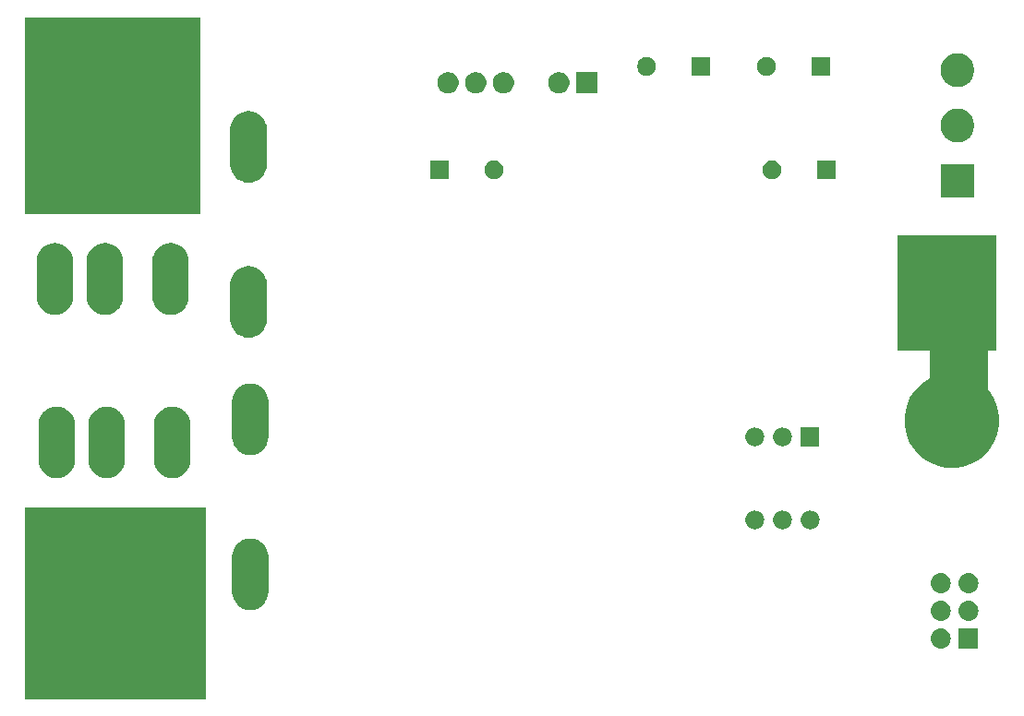
<source format=gbr>
G04 #@! TF.GenerationSoftware,KiCad,Pcbnew,(5.1.4)-1*
G04 #@! TF.CreationDate,2020-01-12T19:46:34+08:00*
G04 #@! TF.ProjectId,i2c x2 relays socketed,69326320-7832-4207-9265-6c6179732073,rev?*
G04 #@! TF.SameCoordinates,Original*
G04 #@! TF.FileFunction,Soldermask,Bot*
G04 #@! TF.FilePolarity,Negative*
%FSLAX46Y46*%
G04 Gerber Fmt 4.6, Leading zero omitted, Abs format (unit mm)*
G04 Created by KiCad (PCBNEW (5.1.4)-1) date 2020-01-12 19:46:34*
%MOMM*%
%LPD*%
G04 APERTURE LIST*
%ADD10C,0.100000*%
G04 APERTURE END LIST*
D10*
G36*
X21500000Y-60500000D02*
G01*
X5000000Y-60500000D01*
X5000000Y-43000000D01*
X21500000Y-43000000D01*
X21500000Y-60500000D01*
G37*
X21500000Y-60500000D02*
X5000000Y-60500000D01*
X5000000Y-43000000D01*
X21500000Y-43000000D01*
X21500000Y-60500000D01*
G36*
X21000000Y-16000000D02*
G01*
X5000000Y-16000000D01*
X5000000Y2000000D01*
X21000000Y2000000D01*
X21000000Y-16000000D01*
G37*
X21000000Y-16000000D02*
X5000000Y-16000000D01*
X5000000Y2000000D01*
X21000000Y2000000D01*
X21000000Y-16000000D01*
G36*
X94000000Y-28500000D02*
G01*
X93250000Y-28500000D01*
X93250000Y-32500000D01*
X92125000Y-32500000D01*
X92000000Y-31250000D01*
X88000000Y-31125000D01*
X88000000Y-28500000D01*
X85000000Y-28500000D01*
X85000000Y-18000000D01*
X94000000Y-18000000D01*
X94000000Y-28500000D01*
G37*
X94000000Y-28500000D02*
X93250000Y-28500000D01*
X93250000Y-32500000D01*
X92125000Y-32500000D01*
X92000000Y-31250000D01*
X88000000Y-31125000D01*
X88000000Y-28500000D01*
X85000000Y-28500000D01*
X85000000Y-18000000D01*
X94000000Y-18000000D01*
X94000000Y-28500000D01*
G36*
X7892585Y-56728802D02*
G01*
X8042410Y-56758604D01*
X8324674Y-56875521D01*
X8578705Y-57045259D01*
X8794741Y-57261295D01*
X8964479Y-57515326D01*
X9081396Y-57797590D01*
X9141000Y-58097240D01*
X9141000Y-58402760D01*
X9081396Y-58702410D01*
X8964479Y-58984674D01*
X8794741Y-59238705D01*
X8578705Y-59454741D01*
X8324674Y-59624479D01*
X8042410Y-59741396D01*
X7892585Y-59771198D01*
X7742761Y-59801000D01*
X7437239Y-59801000D01*
X7287415Y-59771198D01*
X7137590Y-59741396D01*
X6855326Y-59624479D01*
X6601295Y-59454741D01*
X6385259Y-59238705D01*
X6215521Y-58984674D01*
X6098604Y-58702410D01*
X6039000Y-58402760D01*
X6039000Y-58097240D01*
X6098604Y-57797590D01*
X6215521Y-57515326D01*
X6385259Y-57261295D01*
X6601295Y-57045259D01*
X6855326Y-56875521D01*
X7137590Y-56758604D01*
X7287415Y-56728802D01*
X7437239Y-56699000D01*
X7742761Y-56699000D01*
X7892585Y-56728802D01*
X7892585Y-56728802D01*
G37*
G36*
X19301000Y-59801000D02*
G01*
X16199000Y-59801000D01*
X16199000Y-56699000D01*
X19301000Y-56699000D01*
X19301000Y-59801000D01*
X19301000Y-59801000D01*
G37*
G36*
X12972585Y-56728802D02*
G01*
X13122410Y-56758604D01*
X13404674Y-56875521D01*
X13658705Y-57045259D01*
X13874741Y-57261295D01*
X14044479Y-57515326D01*
X14161396Y-57797590D01*
X14221000Y-58097240D01*
X14221000Y-58402760D01*
X14161396Y-58702410D01*
X14044479Y-58984674D01*
X13874741Y-59238705D01*
X13658705Y-59454741D01*
X13404674Y-59624479D01*
X13122410Y-59741396D01*
X12972585Y-59771198D01*
X12822761Y-59801000D01*
X12517239Y-59801000D01*
X12367415Y-59771198D01*
X12217590Y-59741396D01*
X11935326Y-59624479D01*
X11681295Y-59454741D01*
X11465259Y-59238705D01*
X11295521Y-58984674D01*
X11178604Y-58702410D01*
X11119000Y-58402760D01*
X11119000Y-58097240D01*
X11178604Y-57797590D01*
X11295521Y-57515326D01*
X11465259Y-57261295D01*
X11681295Y-57045259D01*
X11935326Y-56875521D01*
X12217590Y-56758604D01*
X12367415Y-56728802D01*
X12517239Y-56699000D01*
X12822761Y-56699000D01*
X12972585Y-56728802D01*
X12972585Y-56728802D01*
G37*
G36*
X89139294Y-54098633D02*
G01*
X89311695Y-54150931D01*
X89470583Y-54235858D01*
X89609849Y-54350151D01*
X89724142Y-54489417D01*
X89809069Y-54648305D01*
X89861367Y-54820706D01*
X89879025Y-55000000D01*
X89861367Y-55179294D01*
X89809069Y-55351695D01*
X89724142Y-55510583D01*
X89609849Y-55649849D01*
X89470583Y-55764142D01*
X89311695Y-55849069D01*
X89139294Y-55901367D01*
X89004931Y-55914600D01*
X88915069Y-55914600D01*
X88780706Y-55901367D01*
X88608305Y-55849069D01*
X88449417Y-55764142D01*
X88310151Y-55649849D01*
X88195858Y-55510583D01*
X88110931Y-55351695D01*
X88058633Y-55179294D01*
X88040975Y-55000000D01*
X88058633Y-54820706D01*
X88110931Y-54648305D01*
X88195858Y-54489417D01*
X88310151Y-54350151D01*
X88449417Y-54235858D01*
X88608305Y-54150931D01*
X88780706Y-54098633D01*
X88915069Y-54085400D01*
X89004931Y-54085400D01*
X89139294Y-54098633D01*
X89139294Y-54098633D01*
G37*
G36*
X92414600Y-55914600D02*
G01*
X90585400Y-55914600D01*
X90585400Y-54085400D01*
X92414600Y-54085400D01*
X92414600Y-55914600D01*
X92414600Y-55914600D01*
G37*
G36*
X91679294Y-51558633D02*
G01*
X91851695Y-51610931D01*
X92010583Y-51695858D01*
X92149849Y-51810151D01*
X92264142Y-51949417D01*
X92349069Y-52108305D01*
X92401367Y-52280706D01*
X92419025Y-52460000D01*
X92401367Y-52639294D01*
X92349069Y-52811695D01*
X92264142Y-52970583D01*
X92149849Y-53109849D01*
X92010583Y-53224142D01*
X91851695Y-53309069D01*
X91679294Y-53361367D01*
X91544931Y-53374600D01*
X91455069Y-53374600D01*
X91320706Y-53361367D01*
X91148305Y-53309069D01*
X90989417Y-53224142D01*
X90850151Y-53109849D01*
X90735858Y-52970583D01*
X90650931Y-52811695D01*
X90598633Y-52639294D01*
X90580975Y-52460000D01*
X90598633Y-52280706D01*
X90650931Y-52108305D01*
X90735858Y-51949417D01*
X90850151Y-51810151D01*
X90989417Y-51695858D01*
X91148305Y-51610931D01*
X91320706Y-51558633D01*
X91455069Y-51545400D01*
X91544931Y-51545400D01*
X91679294Y-51558633D01*
X91679294Y-51558633D01*
G37*
G36*
X89139294Y-51558633D02*
G01*
X89311695Y-51610931D01*
X89470583Y-51695858D01*
X89609849Y-51810151D01*
X89724142Y-51949417D01*
X89809069Y-52108305D01*
X89861367Y-52280706D01*
X89879025Y-52460000D01*
X89861367Y-52639294D01*
X89809069Y-52811695D01*
X89724142Y-52970583D01*
X89609849Y-53109849D01*
X89470583Y-53224142D01*
X89311695Y-53309069D01*
X89139294Y-53361367D01*
X89004931Y-53374600D01*
X88915069Y-53374600D01*
X88780706Y-53361367D01*
X88608305Y-53309069D01*
X88449417Y-53224142D01*
X88310151Y-53109849D01*
X88195858Y-52970583D01*
X88110931Y-52811695D01*
X88058633Y-52639294D01*
X88040975Y-52460000D01*
X88058633Y-52280706D01*
X88110931Y-52108305D01*
X88195858Y-51949417D01*
X88310151Y-51810151D01*
X88449417Y-51695858D01*
X88608305Y-51610931D01*
X88780706Y-51558633D01*
X88915069Y-51545400D01*
X89004931Y-51545400D01*
X89139294Y-51558633D01*
X89139294Y-51558633D01*
G37*
G36*
X25983377Y-45863075D02*
G01*
X25983380Y-45863076D01*
X25983381Y-45863076D01*
X26297028Y-45958220D01*
X26586086Y-46112724D01*
X26652086Y-46166889D01*
X26839448Y-46320652D01*
X26993211Y-46508014D01*
X27047376Y-46574014D01*
X27201880Y-46863072D01*
X27297024Y-47176719D01*
X27297025Y-47176723D01*
X27321100Y-47421163D01*
X27321100Y-50810437D01*
X27297025Y-51054877D01*
X27297024Y-51054880D01*
X27297024Y-51054881D01*
X27201880Y-51368528D01*
X27047376Y-51657586D01*
X27015967Y-51695858D01*
X26839448Y-51910948D01*
X26652084Y-52064712D01*
X26586085Y-52118876D01*
X26297027Y-52273380D01*
X25983380Y-52368524D01*
X25983379Y-52368524D01*
X25983376Y-52368525D01*
X25657200Y-52400650D01*
X25331023Y-52368525D01*
X25331020Y-52368524D01*
X25331019Y-52368524D01*
X25017372Y-52273380D01*
X24728314Y-52118876D01*
X24662314Y-52064711D01*
X24474952Y-51910948D01*
X24267025Y-51657586D01*
X24267024Y-51657585D01*
X24112520Y-51368527D01*
X24017376Y-51054880D01*
X24017376Y-51054879D01*
X24017375Y-51054876D01*
X23993300Y-50810436D01*
X23993301Y-47421163D01*
X24017376Y-47176723D01*
X24017377Y-47176719D01*
X24112521Y-46863072D01*
X24267025Y-46574014D01*
X24321190Y-46508014D01*
X24474953Y-46320652D01*
X24662315Y-46166889D01*
X24728315Y-46112724D01*
X25017373Y-45958220D01*
X25331020Y-45863076D01*
X25331021Y-45863076D01*
X25331024Y-45863075D01*
X25657200Y-45830950D01*
X25983377Y-45863075D01*
X25983377Y-45863075D01*
G37*
G36*
X89139294Y-49018633D02*
G01*
X89311695Y-49070931D01*
X89470583Y-49155858D01*
X89609849Y-49270151D01*
X89724142Y-49409417D01*
X89809069Y-49568305D01*
X89861367Y-49740706D01*
X89879025Y-49920000D01*
X89861367Y-50099294D01*
X89809069Y-50271695D01*
X89724142Y-50430583D01*
X89609849Y-50569849D01*
X89470583Y-50684142D01*
X89311695Y-50769069D01*
X89139294Y-50821367D01*
X89004931Y-50834600D01*
X88915069Y-50834600D01*
X88780706Y-50821367D01*
X88608305Y-50769069D01*
X88449417Y-50684142D01*
X88310151Y-50569849D01*
X88195858Y-50430583D01*
X88110931Y-50271695D01*
X88058633Y-50099294D01*
X88040975Y-49920000D01*
X88058633Y-49740706D01*
X88110931Y-49568305D01*
X88195858Y-49409417D01*
X88310151Y-49270151D01*
X88449417Y-49155858D01*
X88608305Y-49070931D01*
X88780706Y-49018633D01*
X88915069Y-49005400D01*
X89004931Y-49005400D01*
X89139294Y-49018633D01*
X89139294Y-49018633D01*
G37*
G36*
X91679294Y-49018633D02*
G01*
X91851695Y-49070931D01*
X92010583Y-49155858D01*
X92149849Y-49270151D01*
X92264142Y-49409417D01*
X92349069Y-49568305D01*
X92401367Y-49740706D01*
X92419025Y-49920000D01*
X92401367Y-50099294D01*
X92349069Y-50271695D01*
X92264142Y-50430583D01*
X92149849Y-50569849D01*
X92010583Y-50684142D01*
X91851695Y-50769069D01*
X91679294Y-50821367D01*
X91544931Y-50834600D01*
X91455069Y-50834600D01*
X91320706Y-50821367D01*
X91148305Y-50769069D01*
X90989417Y-50684142D01*
X90850151Y-50569849D01*
X90735858Y-50430583D01*
X90650931Y-50271695D01*
X90598633Y-50099294D01*
X90580975Y-49920000D01*
X90598633Y-49740706D01*
X90650931Y-49568305D01*
X90735858Y-49409417D01*
X90850151Y-49270151D01*
X90989417Y-49155858D01*
X91148305Y-49070931D01*
X91320706Y-49018633D01*
X91455069Y-49005400D01*
X91544931Y-49005400D01*
X91679294Y-49018633D01*
X91679294Y-49018633D01*
G37*
G36*
X18845977Y-43754875D02*
G01*
X18845980Y-43754876D01*
X18845981Y-43754876D01*
X19159628Y-43850020D01*
X19448686Y-44004524D01*
X19514686Y-44058689D01*
X19702048Y-44212452D01*
X19855811Y-44399814D01*
X19909976Y-44465814D01*
X20064480Y-44754872D01*
X20159624Y-45068519D01*
X20159625Y-45068523D01*
X20183700Y-45312963D01*
X20183700Y-48702237D01*
X20159625Y-48946677D01*
X20159624Y-48946680D01*
X20159624Y-48946681D01*
X20064480Y-49260328D01*
X19909976Y-49549386D01*
X19855811Y-49615386D01*
X19702048Y-49802748D01*
X19559174Y-49920000D01*
X19448685Y-50010676D01*
X19448683Y-50010677D01*
X19282894Y-50099293D01*
X19159627Y-50165180D01*
X18845980Y-50260324D01*
X18845979Y-50260324D01*
X18845976Y-50260325D01*
X18519800Y-50292450D01*
X18193623Y-50260325D01*
X18193620Y-50260324D01*
X18193619Y-50260324D01*
X17879972Y-50165180D01*
X17756706Y-50099293D01*
X17590916Y-50010677D01*
X17590914Y-50010676D01*
X17524914Y-49956511D01*
X17337552Y-49802748D01*
X17183788Y-49615384D01*
X17129624Y-49549385D01*
X16975120Y-49260327D01*
X16879976Y-48946680D01*
X16879976Y-48946679D01*
X16879975Y-48946676D01*
X16855900Y-48702236D01*
X16855901Y-45312963D01*
X16879976Y-45068523D01*
X16879977Y-45068519D01*
X16975121Y-44754872D01*
X17129625Y-44465814D01*
X17183790Y-44399814D01*
X17337553Y-44212452D01*
X17524915Y-44058689D01*
X17590915Y-44004524D01*
X17879973Y-43850020D01*
X18193620Y-43754876D01*
X18193621Y-43754876D01*
X18193624Y-43754875D01*
X18519800Y-43722750D01*
X18845977Y-43754875D01*
X18845977Y-43754875D01*
G37*
G36*
X12826177Y-43754875D02*
G01*
X12826180Y-43754876D01*
X12826181Y-43754876D01*
X13139828Y-43850020D01*
X13428886Y-44004524D01*
X13494886Y-44058689D01*
X13682248Y-44212452D01*
X13836011Y-44399814D01*
X13890176Y-44465814D01*
X14044680Y-44754872D01*
X14139824Y-45068519D01*
X14139825Y-45068523D01*
X14163900Y-45312963D01*
X14163900Y-48702237D01*
X14139825Y-48946677D01*
X14139824Y-48946680D01*
X14139824Y-48946681D01*
X14044680Y-49260328D01*
X13890176Y-49549386D01*
X13836011Y-49615386D01*
X13682248Y-49802748D01*
X13539374Y-49920000D01*
X13428885Y-50010676D01*
X13428883Y-50010677D01*
X13263094Y-50099293D01*
X13139827Y-50165180D01*
X12826180Y-50260324D01*
X12826179Y-50260324D01*
X12826176Y-50260325D01*
X12500000Y-50292450D01*
X12173823Y-50260325D01*
X12173820Y-50260324D01*
X12173819Y-50260324D01*
X11860172Y-50165180D01*
X11736906Y-50099293D01*
X11571116Y-50010677D01*
X11571114Y-50010676D01*
X11505114Y-49956511D01*
X11317752Y-49802748D01*
X11163988Y-49615384D01*
X11109824Y-49549385D01*
X10955320Y-49260327D01*
X10860176Y-48946680D01*
X10860176Y-48946679D01*
X10860175Y-48946676D01*
X10836100Y-48702236D01*
X10836101Y-45312963D01*
X10860176Y-45068523D01*
X10860177Y-45068519D01*
X10955321Y-44754872D01*
X11109825Y-44465814D01*
X11163990Y-44399814D01*
X11317753Y-44212452D01*
X11505115Y-44058689D01*
X11571115Y-44004524D01*
X11860173Y-43850020D01*
X12173820Y-43754876D01*
X12173821Y-43754876D01*
X12173824Y-43754875D01*
X12500000Y-43722750D01*
X12826177Y-43754875D01*
X12826177Y-43754875D01*
G37*
G36*
X8228777Y-43754875D02*
G01*
X8228780Y-43754876D01*
X8228781Y-43754876D01*
X8542428Y-43850020D01*
X8831486Y-44004524D01*
X8897486Y-44058689D01*
X9084848Y-44212452D01*
X9238611Y-44399814D01*
X9292776Y-44465814D01*
X9447280Y-44754872D01*
X9542424Y-45068519D01*
X9542425Y-45068523D01*
X9566500Y-45312963D01*
X9566500Y-48702237D01*
X9542425Y-48946677D01*
X9542424Y-48946680D01*
X9542424Y-48946681D01*
X9447280Y-49260328D01*
X9292776Y-49549386D01*
X9238611Y-49615386D01*
X9084848Y-49802748D01*
X8941974Y-49920000D01*
X8831485Y-50010676D01*
X8831483Y-50010677D01*
X8665694Y-50099293D01*
X8542427Y-50165180D01*
X8228780Y-50260324D01*
X8228779Y-50260324D01*
X8228776Y-50260325D01*
X7902600Y-50292450D01*
X7576423Y-50260325D01*
X7576420Y-50260324D01*
X7576419Y-50260324D01*
X7262772Y-50165180D01*
X7139506Y-50099293D01*
X6973716Y-50010677D01*
X6973714Y-50010676D01*
X6907714Y-49956511D01*
X6720352Y-49802748D01*
X6566588Y-49615384D01*
X6512424Y-49549385D01*
X6357920Y-49260327D01*
X6262776Y-48946680D01*
X6262776Y-48946679D01*
X6262775Y-48946676D01*
X6238700Y-48702236D01*
X6238701Y-45312963D01*
X6262776Y-45068523D01*
X6262777Y-45068519D01*
X6357921Y-44754872D01*
X6512425Y-44465814D01*
X6566590Y-44399814D01*
X6720353Y-44212452D01*
X6907715Y-44058689D01*
X6973715Y-44004524D01*
X7262773Y-43850020D01*
X7576420Y-43754876D01*
X7576421Y-43754876D01*
X7576424Y-43754875D01*
X7902600Y-43722750D01*
X8228777Y-43754875D01*
X8228777Y-43754875D01*
G37*
G36*
X72086823Y-43281313D02*
G01*
X72247242Y-43329976D01*
X72379906Y-43400886D01*
X72395078Y-43408996D01*
X72524659Y-43515341D01*
X72631004Y-43644922D01*
X72631005Y-43644924D01*
X72710024Y-43792758D01*
X72758687Y-43953177D01*
X72775117Y-44120000D01*
X72758687Y-44286823D01*
X72710024Y-44447242D01*
X72639114Y-44579906D01*
X72631004Y-44595078D01*
X72524659Y-44724659D01*
X72395078Y-44831004D01*
X72395076Y-44831005D01*
X72247242Y-44910024D01*
X72086823Y-44958687D01*
X71961804Y-44971000D01*
X71878196Y-44971000D01*
X71753177Y-44958687D01*
X71592758Y-44910024D01*
X71444924Y-44831005D01*
X71444922Y-44831004D01*
X71315341Y-44724659D01*
X71208996Y-44595078D01*
X71200886Y-44579906D01*
X71129976Y-44447242D01*
X71081313Y-44286823D01*
X71064883Y-44120000D01*
X71081313Y-43953177D01*
X71129976Y-43792758D01*
X71208995Y-43644924D01*
X71208996Y-43644922D01*
X71315341Y-43515341D01*
X71444922Y-43408996D01*
X71460094Y-43400886D01*
X71592758Y-43329976D01*
X71753177Y-43281313D01*
X71878196Y-43269000D01*
X71961804Y-43269000D01*
X72086823Y-43281313D01*
X72086823Y-43281313D01*
G37*
G36*
X77166823Y-43281313D02*
G01*
X77327242Y-43329976D01*
X77459906Y-43400886D01*
X77475078Y-43408996D01*
X77604659Y-43515341D01*
X77711004Y-43644922D01*
X77711005Y-43644924D01*
X77790024Y-43792758D01*
X77838687Y-43953177D01*
X77855117Y-44120000D01*
X77838687Y-44286823D01*
X77790024Y-44447242D01*
X77719114Y-44579906D01*
X77711004Y-44595078D01*
X77604659Y-44724659D01*
X77475078Y-44831004D01*
X77475076Y-44831005D01*
X77327242Y-44910024D01*
X77166823Y-44958687D01*
X77041804Y-44971000D01*
X76958196Y-44971000D01*
X76833177Y-44958687D01*
X76672758Y-44910024D01*
X76524924Y-44831005D01*
X76524922Y-44831004D01*
X76395341Y-44724659D01*
X76288996Y-44595078D01*
X76280886Y-44579906D01*
X76209976Y-44447242D01*
X76161313Y-44286823D01*
X76144883Y-44120000D01*
X76161313Y-43953177D01*
X76209976Y-43792758D01*
X76288995Y-43644924D01*
X76288996Y-43644922D01*
X76395341Y-43515341D01*
X76524922Y-43408996D01*
X76540094Y-43400886D01*
X76672758Y-43329976D01*
X76833177Y-43281313D01*
X76958196Y-43269000D01*
X77041804Y-43269000D01*
X77166823Y-43281313D01*
X77166823Y-43281313D01*
G37*
G36*
X74626823Y-43281313D02*
G01*
X74787242Y-43329976D01*
X74919906Y-43400886D01*
X74935078Y-43408996D01*
X75064659Y-43515341D01*
X75171004Y-43644922D01*
X75171005Y-43644924D01*
X75250024Y-43792758D01*
X75298687Y-43953177D01*
X75315117Y-44120000D01*
X75298687Y-44286823D01*
X75250024Y-44447242D01*
X75179114Y-44579906D01*
X75171004Y-44595078D01*
X75064659Y-44724659D01*
X74935078Y-44831004D01*
X74935076Y-44831005D01*
X74787242Y-44910024D01*
X74626823Y-44958687D01*
X74501804Y-44971000D01*
X74418196Y-44971000D01*
X74293177Y-44958687D01*
X74132758Y-44910024D01*
X73984924Y-44831005D01*
X73984922Y-44831004D01*
X73855341Y-44724659D01*
X73748996Y-44595078D01*
X73740886Y-44579906D01*
X73669976Y-44447242D01*
X73621313Y-44286823D01*
X73604883Y-44120000D01*
X73621313Y-43953177D01*
X73669976Y-43792758D01*
X73748995Y-43644924D01*
X73748996Y-43644922D01*
X73855341Y-43515341D01*
X73984922Y-43408996D01*
X74000094Y-43400886D01*
X74132758Y-43329976D01*
X74293177Y-43281313D01*
X74418196Y-43269000D01*
X74501804Y-43269000D01*
X74626823Y-43281313D01*
X74626823Y-43281313D01*
G37*
G36*
X12826177Y-33747275D02*
G01*
X12826180Y-33747276D01*
X12826181Y-33747276D01*
X13139828Y-33842420D01*
X13428886Y-33996924D01*
X13494886Y-34051089D01*
X13682248Y-34204852D01*
X13836011Y-34392214D01*
X13890176Y-34458214D01*
X14044680Y-34747272D01*
X14049356Y-34762688D01*
X14139825Y-35060923D01*
X14163900Y-35305363D01*
X14163900Y-38694637D01*
X14139825Y-38939077D01*
X14139824Y-38939080D01*
X14139824Y-38939081D01*
X14044680Y-39252728D01*
X13890176Y-39541786D01*
X13836011Y-39607786D01*
X13682248Y-39795148D01*
X13494884Y-39948912D01*
X13428885Y-40003076D01*
X13139827Y-40157580D01*
X12826180Y-40252724D01*
X12826179Y-40252724D01*
X12826176Y-40252725D01*
X12500000Y-40284850D01*
X12173823Y-40252725D01*
X12173820Y-40252724D01*
X12173819Y-40252724D01*
X11860172Y-40157580D01*
X11571114Y-40003076D01*
X11505114Y-39948911D01*
X11317752Y-39795148D01*
X11109825Y-39541786D01*
X11109824Y-39541785D01*
X10955320Y-39252727D01*
X10860176Y-38939080D01*
X10860176Y-38939079D01*
X10860175Y-38939076D01*
X10836100Y-38694636D01*
X10836101Y-35305363D01*
X10860176Y-35060923D01*
X10950645Y-34762688D01*
X10955321Y-34747272D01*
X11109825Y-34458214D01*
X11163990Y-34392214D01*
X11317753Y-34204852D01*
X11505115Y-34051089D01*
X11571115Y-33996924D01*
X11860173Y-33842420D01*
X12173820Y-33747276D01*
X12173821Y-33747276D01*
X12173824Y-33747275D01*
X12500000Y-33715150D01*
X12826177Y-33747275D01*
X12826177Y-33747275D01*
G37*
G36*
X8228777Y-33747275D02*
G01*
X8228780Y-33747276D01*
X8228781Y-33747276D01*
X8542428Y-33842420D01*
X8831486Y-33996924D01*
X8897486Y-34051089D01*
X9084848Y-34204852D01*
X9238611Y-34392214D01*
X9292776Y-34458214D01*
X9447280Y-34747272D01*
X9451956Y-34762688D01*
X9542425Y-35060923D01*
X9566500Y-35305363D01*
X9566500Y-38694637D01*
X9542425Y-38939077D01*
X9542424Y-38939080D01*
X9542424Y-38939081D01*
X9447280Y-39252728D01*
X9292776Y-39541786D01*
X9238611Y-39607786D01*
X9084848Y-39795148D01*
X8897484Y-39948912D01*
X8831485Y-40003076D01*
X8542427Y-40157580D01*
X8228780Y-40252724D01*
X8228779Y-40252724D01*
X8228776Y-40252725D01*
X7902600Y-40284850D01*
X7576423Y-40252725D01*
X7576420Y-40252724D01*
X7576419Y-40252724D01*
X7262772Y-40157580D01*
X6973714Y-40003076D01*
X6907714Y-39948911D01*
X6720352Y-39795148D01*
X6512425Y-39541786D01*
X6512424Y-39541785D01*
X6357920Y-39252727D01*
X6262776Y-38939080D01*
X6262776Y-38939079D01*
X6262775Y-38939076D01*
X6238700Y-38694636D01*
X6238701Y-35305363D01*
X6262776Y-35060923D01*
X6353245Y-34762688D01*
X6357921Y-34747272D01*
X6512425Y-34458214D01*
X6566590Y-34392214D01*
X6720353Y-34204852D01*
X6907715Y-34051089D01*
X6973715Y-33996924D01*
X7262773Y-33842420D01*
X7576420Y-33747276D01*
X7576421Y-33747276D01*
X7576424Y-33747275D01*
X7902600Y-33715150D01*
X8228777Y-33747275D01*
X8228777Y-33747275D01*
G37*
G36*
X18845977Y-33747275D02*
G01*
X18845980Y-33747276D01*
X18845981Y-33747276D01*
X19159628Y-33842420D01*
X19448686Y-33996924D01*
X19514686Y-34051089D01*
X19702048Y-34204852D01*
X19855811Y-34392214D01*
X19909976Y-34458214D01*
X20064480Y-34747272D01*
X20069156Y-34762688D01*
X20159625Y-35060923D01*
X20183700Y-35305363D01*
X20183700Y-38694637D01*
X20159625Y-38939077D01*
X20159624Y-38939080D01*
X20159624Y-38939081D01*
X20064480Y-39252728D01*
X19909976Y-39541786D01*
X19855811Y-39607786D01*
X19702048Y-39795148D01*
X19514684Y-39948912D01*
X19448685Y-40003076D01*
X19159627Y-40157580D01*
X18845980Y-40252724D01*
X18845979Y-40252724D01*
X18845976Y-40252725D01*
X18519800Y-40284850D01*
X18193623Y-40252725D01*
X18193620Y-40252724D01*
X18193619Y-40252724D01*
X17879972Y-40157580D01*
X17590914Y-40003076D01*
X17524914Y-39948911D01*
X17337552Y-39795148D01*
X17129625Y-39541786D01*
X17129624Y-39541785D01*
X16975120Y-39252727D01*
X16879976Y-38939080D01*
X16879976Y-38939079D01*
X16879975Y-38939076D01*
X16855900Y-38694636D01*
X16855901Y-35305363D01*
X16879976Y-35060923D01*
X16970445Y-34762688D01*
X16975121Y-34747272D01*
X17129625Y-34458214D01*
X17183790Y-34392214D01*
X17337553Y-34204852D01*
X17524915Y-34051089D01*
X17590915Y-33996924D01*
X17879973Y-33842420D01*
X18193620Y-33747276D01*
X18193621Y-33747276D01*
X18193624Y-33747275D01*
X18519800Y-33715150D01*
X18845977Y-33747275D01*
X18845977Y-33747275D01*
G37*
G36*
X90548156Y-30672794D02*
G01*
X91269140Y-30816206D01*
X92060972Y-31144193D01*
X92773601Y-31620357D01*
X93379643Y-32226399D01*
X93855807Y-32939028D01*
X94183794Y-33730860D01*
X94351000Y-34571464D01*
X94351000Y-35428536D01*
X94183794Y-36269140D01*
X93855807Y-37060972D01*
X93379643Y-37773601D01*
X92773601Y-38379643D01*
X92060972Y-38855807D01*
X91269140Y-39183794D01*
X90548156Y-39327206D01*
X90428537Y-39351000D01*
X89571463Y-39351000D01*
X89451844Y-39327206D01*
X88730860Y-39183794D01*
X87939028Y-38855807D01*
X87226399Y-38379643D01*
X86620357Y-37773601D01*
X86144193Y-37060972D01*
X85816206Y-36269140D01*
X85649000Y-35428536D01*
X85649000Y-34571464D01*
X85816206Y-33730860D01*
X86144193Y-32939028D01*
X86620357Y-32226399D01*
X87226399Y-31620357D01*
X87939028Y-31144193D01*
X88730860Y-30816206D01*
X89451844Y-30672794D01*
X89571463Y-30649000D01*
X90428537Y-30649000D01*
X90548156Y-30672794D01*
X90548156Y-30672794D01*
G37*
G36*
X25983377Y-31639075D02*
G01*
X25983380Y-31639076D01*
X25983381Y-31639076D01*
X26297028Y-31734220D01*
X26586086Y-31888724D01*
X26625580Y-31921136D01*
X26839448Y-32096652D01*
X26986307Y-32275601D01*
X27047376Y-32350014D01*
X27201880Y-32639072D01*
X27270632Y-32865717D01*
X27297025Y-32952723D01*
X27321100Y-33197163D01*
X27321100Y-36586437D01*
X27297025Y-36830877D01*
X27297024Y-36830880D01*
X27297024Y-36830881D01*
X27201880Y-37144528D01*
X27201878Y-37144531D01*
X27201878Y-37144532D01*
X27155620Y-37231075D01*
X27047376Y-37433586D01*
X26993211Y-37499586D01*
X26839448Y-37686948D01*
X26724333Y-37781419D01*
X26586085Y-37894876D01*
X26297027Y-38049380D01*
X25983380Y-38144524D01*
X25983379Y-38144524D01*
X25983376Y-38144525D01*
X25657200Y-38176650D01*
X25331023Y-38144525D01*
X25331020Y-38144524D01*
X25331019Y-38144524D01*
X25017372Y-38049380D01*
X24728314Y-37894876D01*
X24662314Y-37840711D01*
X24474952Y-37686948D01*
X24267025Y-37433586D01*
X24267024Y-37433585D01*
X24148053Y-37211005D01*
X24112522Y-37144531D01*
X24112521Y-37144528D01*
X24112520Y-37144527D01*
X24017376Y-36830880D01*
X24017376Y-36830879D01*
X24017375Y-36830876D01*
X23993300Y-36586436D01*
X23993301Y-33197163D01*
X24017376Y-32952723D01*
X24043769Y-32865717D01*
X24112521Y-32639072D01*
X24267025Y-32350014D01*
X24328094Y-32275601D01*
X24474953Y-32096652D01*
X24688821Y-31921136D01*
X24728315Y-31888724D01*
X25017373Y-31734220D01*
X25331020Y-31639076D01*
X25331021Y-31639076D01*
X25331024Y-31639075D01*
X25657200Y-31606950D01*
X25983377Y-31639075D01*
X25983377Y-31639075D01*
G37*
G36*
X72086823Y-35661313D02*
G01*
X72247242Y-35709976D01*
X72379906Y-35780886D01*
X72395078Y-35788996D01*
X72524659Y-35895341D01*
X72631004Y-36024922D01*
X72631005Y-36024924D01*
X72710024Y-36172758D01*
X72758687Y-36333177D01*
X72775117Y-36500000D01*
X72758687Y-36666823D01*
X72710024Y-36827242D01*
X72705108Y-36836439D01*
X72631004Y-36975078D01*
X72524659Y-37104659D01*
X72395078Y-37211004D01*
X72395076Y-37211005D01*
X72247242Y-37290024D01*
X72086823Y-37338687D01*
X71961804Y-37351000D01*
X71878196Y-37351000D01*
X71753177Y-37338687D01*
X71592758Y-37290024D01*
X71444924Y-37211005D01*
X71444922Y-37211004D01*
X71315341Y-37104659D01*
X71208996Y-36975078D01*
X71134892Y-36836439D01*
X71129976Y-36827242D01*
X71081313Y-36666823D01*
X71064883Y-36500000D01*
X71081313Y-36333177D01*
X71129976Y-36172758D01*
X71208995Y-36024924D01*
X71208996Y-36024922D01*
X71315341Y-35895341D01*
X71444922Y-35788996D01*
X71460094Y-35780886D01*
X71592758Y-35709976D01*
X71753177Y-35661313D01*
X71878196Y-35649000D01*
X71961804Y-35649000D01*
X72086823Y-35661313D01*
X72086823Y-35661313D01*
G37*
G36*
X77851000Y-37351000D02*
G01*
X76149000Y-37351000D01*
X76149000Y-35649000D01*
X77851000Y-35649000D01*
X77851000Y-37351000D01*
X77851000Y-37351000D01*
G37*
G36*
X74626823Y-35661313D02*
G01*
X74787242Y-35709976D01*
X74919906Y-35780886D01*
X74935078Y-35788996D01*
X75064659Y-35895341D01*
X75171004Y-36024922D01*
X75171005Y-36024924D01*
X75250024Y-36172758D01*
X75298687Y-36333177D01*
X75315117Y-36500000D01*
X75298687Y-36666823D01*
X75250024Y-36827242D01*
X75245108Y-36836439D01*
X75171004Y-36975078D01*
X75064659Y-37104659D01*
X74935078Y-37211004D01*
X74935076Y-37211005D01*
X74787242Y-37290024D01*
X74626823Y-37338687D01*
X74501804Y-37351000D01*
X74418196Y-37351000D01*
X74293177Y-37338687D01*
X74132758Y-37290024D01*
X73984924Y-37211005D01*
X73984922Y-37211004D01*
X73855341Y-37104659D01*
X73748996Y-36975078D01*
X73674892Y-36836439D01*
X73669976Y-36827242D01*
X73621313Y-36666823D01*
X73604883Y-36500000D01*
X73621313Y-36333177D01*
X73669976Y-36172758D01*
X73748995Y-36024924D01*
X73748996Y-36024922D01*
X73855341Y-35895341D01*
X73984922Y-35788996D01*
X74000094Y-35780886D01*
X74132758Y-35709976D01*
X74293177Y-35661313D01*
X74418196Y-35649000D01*
X74501804Y-35649000D01*
X74626823Y-35661313D01*
X74626823Y-35661313D01*
G37*
G36*
X25826177Y-20859275D02*
G01*
X25826180Y-20859276D01*
X25826181Y-20859276D01*
X26139828Y-20954420D01*
X26428886Y-21108924D01*
X26494886Y-21163089D01*
X26682248Y-21316852D01*
X26836011Y-21504214D01*
X26890176Y-21570214D01*
X27044680Y-21859272D01*
X27139824Y-22172919D01*
X27139825Y-22172923D01*
X27163900Y-22417363D01*
X27163900Y-25806637D01*
X27139825Y-26051077D01*
X27139824Y-26051080D01*
X27139824Y-26051081D01*
X27044680Y-26364728D01*
X26890176Y-26653786D01*
X26836011Y-26719786D01*
X26682248Y-26907148D01*
X26494884Y-27060912D01*
X26428885Y-27115076D01*
X26139827Y-27269580D01*
X25826180Y-27364724D01*
X25826179Y-27364724D01*
X25826176Y-27364725D01*
X25500000Y-27396850D01*
X25173823Y-27364725D01*
X25173820Y-27364724D01*
X25173819Y-27364724D01*
X24860172Y-27269580D01*
X24571114Y-27115076D01*
X24505114Y-27060911D01*
X24317752Y-26907148D01*
X24109825Y-26653786D01*
X24109824Y-26653785D01*
X23955320Y-26364727D01*
X23860176Y-26051080D01*
X23860176Y-26051079D01*
X23860175Y-26051076D01*
X23836100Y-25806636D01*
X23836101Y-22417363D01*
X23860176Y-22172923D01*
X23860177Y-22172919D01*
X23955321Y-21859272D01*
X24109825Y-21570214D01*
X24163990Y-21504214D01*
X24317753Y-21316852D01*
X24505115Y-21163089D01*
X24571115Y-21108924D01*
X24860173Y-20954420D01*
X25173820Y-20859276D01*
X25173821Y-20859276D01*
X25173824Y-20859275D01*
X25500000Y-20827150D01*
X25826177Y-20859275D01*
X25826177Y-20859275D01*
G37*
G36*
X18688777Y-18751075D02*
G01*
X18688780Y-18751076D01*
X18688781Y-18751076D01*
X19002428Y-18846220D01*
X19291486Y-19000724D01*
X19357486Y-19054889D01*
X19544848Y-19208652D01*
X19698611Y-19396014D01*
X19752776Y-19462014D01*
X19907280Y-19751072D01*
X20002424Y-20064719D01*
X20002425Y-20064723D01*
X20026500Y-20309163D01*
X20026500Y-23698437D01*
X20002425Y-23942877D01*
X20002424Y-23942880D01*
X20002424Y-23942881D01*
X19907280Y-24256528D01*
X19752776Y-24545586D01*
X19698611Y-24611586D01*
X19544848Y-24798948D01*
X19357484Y-24952712D01*
X19291485Y-25006876D01*
X19002427Y-25161380D01*
X18688780Y-25256524D01*
X18688779Y-25256524D01*
X18688776Y-25256525D01*
X18362600Y-25288650D01*
X18036423Y-25256525D01*
X18036420Y-25256524D01*
X18036419Y-25256524D01*
X17722772Y-25161380D01*
X17433714Y-25006876D01*
X17367714Y-24952711D01*
X17180352Y-24798948D01*
X16972425Y-24545586D01*
X16972424Y-24545585D01*
X16817920Y-24256527D01*
X16722776Y-23942880D01*
X16722776Y-23942879D01*
X16722775Y-23942876D01*
X16698700Y-23698436D01*
X16698701Y-20309163D01*
X16722776Y-20064723D01*
X16722777Y-20064719D01*
X16817921Y-19751072D01*
X16972425Y-19462014D01*
X17026590Y-19396014D01*
X17180353Y-19208652D01*
X17367715Y-19054889D01*
X17433715Y-19000724D01*
X17722773Y-18846220D01*
X18036420Y-18751076D01*
X18036421Y-18751076D01*
X18036424Y-18751075D01*
X18362600Y-18718950D01*
X18688777Y-18751075D01*
X18688777Y-18751075D01*
G37*
G36*
X12668977Y-18751075D02*
G01*
X12668980Y-18751076D01*
X12668981Y-18751076D01*
X12982628Y-18846220D01*
X13271686Y-19000724D01*
X13337686Y-19054889D01*
X13525048Y-19208652D01*
X13678811Y-19396014D01*
X13732976Y-19462014D01*
X13887480Y-19751072D01*
X13982624Y-20064719D01*
X13982625Y-20064723D01*
X14006700Y-20309163D01*
X14006700Y-23698437D01*
X13982625Y-23942877D01*
X13982624Y-23942880D01*
X13982624Y-23942881D01*
X13887480Y-24256528D01*
X13732976Y-24545586D01*
X13678811Y-24611586D01*
X13525048Y-24798948D01*
X13337684Y-24952712D01*
X13271685Y-25006876D01*
X12982627Y-25161380D01*
X12668980Y-25256524D01*
X12668979Y-25256524D01*
X12668976Y-25256525D01*
X12342800Y-25288650D01*
X12016623Y-25256525D01*
X12016620Y-25256524D01*
X12016619Y-25256524D01*
X11702972Y-25161380D01*
X11413914Y-25006876D01*
X11347914Y-24952711D01*
X11160552Y-24798948D01*
X10952625Y-24545586D01*
X10952624Y-24545585D01*
X10798120Y-24256527D01*
X10702976Y-23942880D01*
X10702976Y-23942879D01*
X10702975Y-23942876D01*
X10678900Y-23698436D01*
X10678901Y-20309163D01*
X10702976Y-20064723D01*
X10702977Y-20064719D01*
X10798121Y-19751072D01*
X10952625Y-19462014D01*
X11006790Y-19396014D01*
X11160553Y-19208652D01*
X11347915Y-19054889D01*
X11413915Y-19000724D01*
X11702973Y-18846220D01*
X12016620Y-18751076D01*
X12016621Y-18751076D01*
X12016624Y-18751075D01*
X12342800Y-18718950D01*
X12668977Y-18751075D01*
X12668977Y-18751075D01*
G37*
G36*
X8071577Y-18751075D02*
G01*
X8071580Y-18751076D01*
X8071581Y-18751076D01*
X8385228Y-18846220D01*
X8674286Y-19000724D01*
X8740286Y-19054889D01*
X8927648Y-19208652D01*
X9081411Y-19396014D01*
X9135576Y-19462014D01*
X9290080Y-19751072D01*
X9385224Y-20064719D01*
X9385225Y-20064723D01*
X9409300Y-20309163D01*
X9409300Y-23698437D01*
X9385225Y-23942877D01*
X9385224Y-23942880D01*
X9385224Y-23942881D01*
X9290080Y-24256528D01*
X9135576Y-24545586D01*
X9081411Y-24611586D01*
X8927648Y-24798948D01*
X8740284Y-24952712D01*
X8674285Y-25006876D01*
X8385227Y-25161380D01*
X8071580Y-25256524D01*
X8071579Y-25256524D01*
X8071576Y-25256525D01*
X7745400Y-25288650D01*
X7419223Y-25256525D01*
X7419220Y-25256524D01*
X7419219Y-25256524D01*
X7105572Y-25161380D01*
X6816514Y-25006876D01*
X6750514Y-24952711D01*
X6563152Y-24798948D01*
X6355225Y-24545586D01*
X6355224Y-24545585D01*
X6200720Y-24256527D01*
X6105576Y-23942880D01*
X6105576Y-23942879D01*
X6105575Y-23942876D01*
X6081500Y-23698436D01*
X6081501Y-20309163D01*
X6105576Y-20064723D01*
X6105577Y-20064719D01*
X6200721Y-19751072D01*
X6355225Y-19462014D01*
X6409390Y-19396014D01*
X6563153Y-19208652D01*
X6750515Y-19054889D01*
X6816515Y-19000724D01*
X7105573Y-18846220D01*
X7419220Y-18751076D01*
X7419221Y-18751076D01*
X7419224Y-18751075D01*
X7745400Y-18718950D01*
X8071577Y-18751075D01*
X8071577Y-18751075D01*
G37*
G36*
X18688777Y-8743475D02*
G01*
X18688780Y-8743476D01*
X18688781Y-8743476D01*
X19002428Y-8838620D01*
X19002431Y-8838622D01*
X19002432Y-8838622D01*
X19195133Y-8941623D01*
X19291486Y-8993124D01*
X19357486Y-9047289D01*
X19544848Y-9201052D01*
X19698611Y-9388414D01*
X19752776Y-9454414D01*
X19907280Y-9743472D01*
X20002424Y-10057119D01*
X20002425Y-10057123D01*
X20026500Y-10301563D01*
X20026500Y-13690837D01*
X20002425Y-13935277D01*
X20002424Y-13935280D01*
X20002424Y-13935281D01*
X19907280Y-14248928D01*
X19752776Y-14537986D01*
X19698611Y-14603986D01*
X19544848Y-14791348D01*
X19357484Y-14945112D01*
X19291485Y-14999276D01*
X19002427Y-15153780D01*
X18688780Y-15248924D01*
X18688779Y-15248924D01*
X18688776Y-15248925D01*
X18362600Y-15281050D01*
X18036423Y-15248925D01*
X18036420Y-15248924D01*
X18036419Y-15248924D01*
X17722772Y-15153780D01*
X17433714Y-14999276D01*
X17367714Y-14945111D01*
X17180352Y-14791348D01*
X17026588Y-14603984D01*
X16972424Y-14537985D01*
X16817920Y-14248927D01*
X16722776Y-13935280D01*
X16722776Y-13935279D01*
X16722775Y-13935276D01*
X16698700Y-13690836D01*
X16698701Y-10301563D01*
X16722776Y-10057123D01*
X16722777Y-10057119D01*
X16817921Y-9743472D01*
X16972425Y-9454414D01*
X17026590Y-9388414D01*
X17180353Y-9201052D01*
X17367715Y-9047289D01*
X17433715Y-8993124D01*
X17530068Y-8941623D01*
X17722769Y-8838622D01*
X17722770Y-8838622D01*
X17722773Y-8838620D01*
X18036420Y-8743476D01*
X18036421Y-8743476D01*
X18036424Y-8743475D01*
X18362600Y-8711350D01*
X18688777Y-8743475D01*
X18688777Y-8743475D01*
G37*
G36*
X8071577Y-8743475D02*
G01*
X8071580Y-8743476D01*
X8071581Y-8743476D01*
X8385228Y-8838620D01*
X8385231Y-8838622D01*
X8385232Y-8838622D01*
X8577933Y-8941623D01*
X8674286Y-8993124D01*
X8740286Y-9047289D01*
X8927648Y-9201052D01*
X9081411Y-9388414D01*
X9135576Y-9454414D01*
X9290080Y-9743472D01*
X9385224Y-10057119D01*
X9385225Y-10057123D01*
X9409300Y-10301563D01*
X9409300Y-13690837D01*
X9385225Y-13935277D01*
X9385224Y-13935280D01*
X9385224Y-13935281D01*
X9290080Y-14248928D01*
X9135576Y-14537986D01*
X9081411Y-14603986D01*
X8927648Y-14791348D01*
X8740284Y-14945112D01*
X8674285Y-14999276D01*
X8385227Y-15153780D01*
X8071580Y-15248924D01*
X8071579Y-15248924D01*
X8071576Y-15248925D01*
X7745400Y-15281050D01*
X7419223Y-15248925D01*
X7419220Y-15248924D01*
X7419219Y-15248924D01*
X7105572Y-15153780D01*
X6816514Y-14999276D01*
X6750514Y-14945111D01*
X6563152Y-14791348D01*
X6409388Y-14603984D01*
X6355224Y-14537985D01*
X6200720Y-14248927D01*
X6105576Y-13935280D01*
X6105576Y-13935279D01*
X6105575Y-13935276D01*
X6081500Y-13690836D01*
X6081501Y-10301563D01*
X6105576Y-10057123D01*
X6105577Y-10057119D01*
X6200721Y-9743472D01*
X6355225Y-9454414D01*
X6409390Y-9388414D01*
X6563153Y-9201052D01*
X6750515Y-9047289D01*
X6816515Y-8993124D01*
X6912868Y-8941623D01*
X7105569Y-8838622D01*
X7105570Y-8838622D01*
X7105573Y-8838620D01*
X7419220Y-8743476D01*
X7419221Y-8743476D01*
X7419224Y-8743475D01*
X7745400Y-8711350D01*
X8071577Y-8743475D01*
X8071577Y-8743475D01*
G37*
G36*
X12668977Y-8743475D02*
G01*
X12668980Y-8743476D01*
X12668981Y-8743476D01*
X12982628Y-8838620D01*
X12982631Y-8838622D01*
X12982632Y-8838622D01*
X13175333Y-8941623D01*
X13271686Y-8993124D01*
X13337686Y-9047289D01*
X13525048Y-9201052D01*
X13678811Y-9388414D01*
X13732976Y-9454414D01*
X13887480Y-9743472D01*
X13982624Y-10057119D01*
X13982625Y-10057123D01*
X14006700Y-10301563D01*
X14006700Y-13690837D01*
X13982625Y-13935277D01*
X13982624Y-13935280D01*
X13982624Y-13935281D01*
X13887480Y-14248928D01*
X13732976Y-14537986D01*
X13678811Y-14603986D01*
X13525048Y-14791348D01*
X13337684Y-14945112D01*
X13271685Y-14999276D01*
X12982627Y-15153780D01*
X12668980Y-15248924D01*
X12668979Y-15248924D01*
X12668976Y-15248925D01*
X12342800Y-15281050D01*
X12016623Y-15248925D01*
X12016620Y-15248924D01*
X12016619Y-15248924D01*
X11702972Y-15153780D01*
X11413914Y-14999276D01*
X11347914Y-14945111D01*
X11160552Y-14791348D01*
X11006788Y-14603984D01*
X10952624Y-14537985D01*
X10798120Y-14248927D01*
X10702976Y-13935280D01*
X10702976Y-13935279D01*
X10702975Y-13935276D01*
X10678900Y-13690836D01*
X10678901Y-10301563D01*
X10702976Y-10057123D01*
X10702977Y-10057119D01*
X10798121Y-9743472D01*
X10952625Y-9454414D01*
X11006790Y-9388414D01*
X11160553Y-9201052D01*
X11347915Y-9047289D01*
X11413915Y-8993124D01*
X11510268Y-8941623D01*
X11702969Y-8838622D01*
X11702970Y-8838622D01*
X11702973Y-8838620D01*
X12016620Y-8743476D01*
X12016621Y-8743476D01*
X12016624Y-8743475D01*
X12342800Y-8711350D01*
X12668977Y-8743475D01*
X12668977Y-8743475D01*
G37*
G36*
X92051000Y-14551000D02*
G01*
X88949000Y-14551000D01*
X88949000Y-11449000D01*
X92051000Y-11449000D01*
X92051000Y-14551000D01*
X92051000Y-14551000D01*
G37*
G36*
X25826177Y-6635275D02*
G01*
X25826180Y-6635276D01*
X25826181Y-6635276D01*
X26139828Y-6730420D01*
X26428886Y-6884924D01*
X26485389Y-6931295D01*
X26682248Y-7092852D01*
X26836011Y-7280214D01*
X26890176Y-7346214D01*
X27044680Y-7635272D01*
X27084712Y-7767240D01*
X27139825Y-7948923D01*
X27163900Y-8193363D01*
X27163900Y-11582637D01*
X27139825Y-11827077D01*
X27139824Y-11827080D01*
X27139824Y-11827081D01*
X27044680Y-12140728D01*
X26890176Y-12429786D01*
X26836011Y-12495786D01*
X26682248Y-12683148D01*
X26494884Y-12836912D01*
X26428885Y-12891076D01*
X26139827Y-13045580D01*
X25826180Y-13140724D01*
X25826179Y-13140724D01*
X25826176Y-13140725D01*
X25500000Y-13172850D01*
X25173823Y-13140725D01*
X25173820Y-13140724D01*
X25173819Y-13140724D01*
X24860172Y-13045580D01*
X24571114Y-12891076D01*
X24482433Y-12818297D01*
X24317752Y-12683148D01*
X24109825Y-12429786D01*
X24109824Y-12429785D01*
X23955320Y-12140727D01*
X23860176Y-11827080D01*
X23860176Y-11827079D01*
X23860175Y-11827076D01*
X23836100Y-11582636D01*
X23836101Y-8193363D01*
X23860176Y-7948923D01*
X23915289Y-7767240D01*
X23955321Y-7635272D01*
X24109825Y-7346214D01*
X24163990Y-7280214D01*
X24317753Y-7092852D01*
X24514612Y-6931295D01*
X24571115Y-6884924D01*
X24860173Y-6730420D01*
X25173820Y-6635276D01*
X25173821Y-6635276D01*
X25173824Y-6635275D01*
X25500000Y-6603150D01*
X25826177Y-6635275D01*
X25826177Y-6635275D01*
G37*
G36*
X43851000Y-12851000D02*
G01*
X42149000Y-12851000D01*
X42149000Y-11149000D01*
X43851000Y-11149000D01*
X43851000Y-12851000D01*
X43851000Y-12851000D01*
G37*
G36*
X48248228Y-11181703D02*
G01*
X48403100Y-11245853D01*
X48542481Y-11338985D01*
X48661015Y-11457519D01*
X48754147Y-11596900D01*
X48818297Y-11751772D01*
X48851000Y-11916184D01*
X48851000Y-12083816D01*
X48818297Y-12248228D01*
X48754147Y-12403100D01*
X48661015Y-12542481D01*
X48542481Y-12661015D01*
X48403100Y-12754147D01*
X48248228Y-12818297D01*
X48083816Y-12851000D01*
X47916184Y-12851000D01*
X47751772Y-12818297D01*
X47596900Y-12754147D01*
X47457519Y-12661015D01*
X47338985Y-12542481D01*
X47245853Y-12403100D01*
X47181703Y-12248228D01*
X47149000Y-12083816D01*
X47149000Y-11916184D01*
X47181703Y-11751772D01*
X47245853Y-11596900D01*
X47338985Y-11457519D01*
X47457519Y-11338985D01*
X47596900Y-11245853D01*
X47751772Y-11181703D01*
X47916184Y-11149000D01*
X48083816Y-11149000D01*
X48248228Y-11181703D01*
X48248228Y-11181703D01*
G37*
G36*
X73748228Y-11181703D02*
G01*
X73903100Y-11245853D01*
X74042481Y-11338985D01*
X74161015Y-11457519D01*
X74254147Y-11596900D01*
X74318297Y-11751772D01*
X74351000Y-11916184D01*
X74351000Y-12083816D01*
X74318297Y-12248228D01*
X74254147Y-12403100D01*
X74161015Y-12542481D01*
X74042481Y-12661015D01*
X73903100Y-12754147D01*
X73748228Y-12818297D01*
X73583816Y-12851000D01*
X73416184Y-12851000D01*
X73251772Y-12818297D01*
X73096900Y-12754147D01*
X72957519Y-12661015D01*
X72838985Y-12542481D01*
X72745853Y-12403100D01*
X72681703Y-12248228D01*
X72649000Y-12083816D01*
X72649000Y-11916184D01*
X72681703Y-11751772D01*
X72745853Y-11596900D01*
X72838985Y-11457519D01*
X72957519Y-11338985D01*
X73096900Y-11245853D01*
X73251772Y-11181703D01*
X73416184Y-11149000D01*
X73583816Y-11149000D01*
X73748228Y-11181703D01*
X73748228Y-11181703D01*
G37*
G36*
X79351000Y-12851000D02*
G01*
X77649000Y-12851000D01*
X77649000Y-11149000D01*
X79351000Y-11149000D01*
X79351000Y-12851000D01*
X79351000Y-12851000D01*
G37*
G36*
X90802585Y-6398802D02*
G01*
X90952410Y-6428604D01*
X91234674Y-6545521D01*
X91488705Y-6715259D01*
X91704741Y-6931295D01*
X91874479Y-7185326D01*
X91991396Y-7467590D01*
X92051000Y-7767240D01*
X92051000Y-8072760D01*
X91991396Y-8372410D01*
X91874479Y-8654674D01*
X91704741Y-8908705D01*
X91488705Y-9124741D01*
X91234674Y-9294479D01*
X90952410Y-9411396D01*
X90802585Y-9441198D01*
X90652761Y-9471000D01*
X90347239Y-9471000D01*
X90197415Y-9441198D01*
X90047590Y-9411396D01*
X89765326Y-9294479D01*
X89511295Y-9124741D01*
X89295259Y-8908705D01*
X89125521Y-8654674D01*
X89008604Y-8372410D01*
X88949000Y-8072760D01*
X88949000Y-7767240D01*
X89008604Y-7467590D01*
X89125521Y-7185326D01*
X89295259Y-6931295D01*
X89511295Y-6715259D01*
X89765326Y-6545521D01*
X90047590Y-6428604D01*
X90197415Y-6398802D01*
X90347239Y-6369000D01*
X90652761Y-6369000D01*
X90802585Y-6398802D01*
X90802585Y-6398802D01*
G37*
G36*
X46624687Y-3061507D02*
G01*
X46624690Y-3061508D01*
X46624689Y-3061508D01*
X46802309Y-3135080D01*
X46802310Y-3135081D01*
X46962161Y-3241889D01*
X47098111Y-3377839D01*
X47187158Y-3511109D01*
X47204920Y-3537691D01*
X47261825Y-3675073D01*
X47278493Y-3715313D01*
X47316000Y-3903871D01*
X47316000Y-4096129D01*
X47278493Y-4284687D01*
X47278492Y-4284689D01*
X47204920Y-4462309D01*
X47204919Y-4462310D01*
X47098111Y-4622161D01*
X46962161Y-4758111D01*
X46828891Y-4847158D01*
X46802309Y-4864920D01*
X46664927Y-4921825D01*
X46624687Y-4938493D01*
X46436129Y-4976000D01*
X46243871Y-4976000D01*
X46055313Y-4938493D01*
X46015073Y-4921825D01*
X45877691Y-4864920D01*
X45851109Y-4847158D01*
X45717839Y-4758111D01*
X45581889Y-4622161D01*
X45475081Y-4462310D01*
X45475080Y-4462309D01*
X45401508Y-4284689D01*
X45401507Y-4284687D01*
X45364000Y-4096129D01*
X45364000Y-3903871D01*
X45401507Y-3715313D01*
X45418175Y-3675073D01*
X45475080Y-3537691D01*
X45492842Y-3511109D01*
X45581889Y-3377839D01*
X45717839Y-3241889D01*
X45877690Y-3135081D01*
X45877691Y-3135080D01*
X46055311Y-3061508D01*
X46055310Y-3061508D01*
X46055313Y-3061507D01*
X46243871Y-3024000D01*
X46436129Y-3024000D01*
X46624687Y-3061507D01*
X46624687Y-3061507D01*
G37*
G36*
X57476000Y-4976000D02*
G01*
X55524000Y-4976000D01*
X55524000Y-3024000D01*
X57476000Y-3024000D01*
X57476000Y-4976000D01*
X57476000Y-4976000D01*
G37*
G36*
X54244687Y-3061507D02*
G01*
X54244690Y-3061508D01*
X54244689Y-3061508D01*
X54422309Y-3135080D01*
X54422310Y-3135081D01*
X54582161Y-3241889D01*
X54718111Y-3377839D01*
X54807158Y-3511109D01*
X54824920Y-3537691D01*
X54881825Y-3675073D01*
X54898493Y-3715313D01*
X54936000Y-3903871D01*
X54936000Y-4096129D01*
X54898493Y-4284687D01*
X54898492Y-4284689D01*
X54824920Y-4462309D01*
X54824919Y-4462310D01*
X54718111Y-4622161D01*
X54582161Y-4758111D01*
X54448891Y-4847158D01*
X54422309Y-4864920D01*
X54284927Y-4921825D01*
X54244687Y-4938493D01*
X54056129Y-4976000D01*
X53863871Y-4976000D01*
X53675313Y-4938493D01*
X53635073Y-4921825D01*
X53497691Y-4864920D01*
X53471109Y-4847158D01*
X53337839Y-4758111D01*
X53201889Y-4622161D01*
X53095081Y-4462310D01*
X53095080Y-4462309D01*
X53021508Y-4284689D01*
X53021507Y-4284687D01*
X52984000Y-4096129D01*
X52984000Y-3903871D01*
X53021507Y-3715313D01*
X53038175Y-3675073D01*
X53095080Y-3537691D01*
X53112842Y-3511109D01*
X53201889Y-3377839D01*
X53337839Y-3241889D01*
X53497690Y-3135081D01*
X53497691Y-3135080D01*
X53675311Y-3061508D01*
X53675310Y-3061508D01*
X53675313Y-3061507D01*
X53863871Y-3024000D01*
X54056129Y-3024000D01*
X54244687Y-3061507D01*
X54244687Y-3061507D01*
G37*
G36*
X49164687Y-3061507D02*
G01*
X49164690Y-3061508D01*
X49164689Y-3061508D01*
X49342309Y-3135080D01*
X49342310Y-3135081D01*
X49502161Y-3241889D01*
X49638111Y-3377839D01*
X49727158Y-3511109D01*
X49744920Y-3537691D01*
X49801825Y-3675073D01*
X49818493Y-3715313D01*
X49856000Y-3903871D01*
X49856000Y-4096129D01*
X49818493Y-4284687D01*
X49818492Y-4284689D01*
X49744920Y-4462309D01*
X49744919Y-4462310D01*
X49638111Y-4622161D01*
X49502161Y-4758111D01*
X49368891Y-4847158D01*
X49342309Y-4864920D01*
X49204927Y-4921825D01*
X49164687Y-4938493D01*
X48976129Y-4976000D01*
X48783871Y-4976000D01*
X48595313Y-4938493D01*
X48555073Y-4921825D01*
X48417691Y-4864920D01*
X48391109Y-4847158D01*
X48257839Y-4758111D01*
X48121889Y-4622161D01*
X48015081Y-4462310D01*
X48015080Y-4462309D01*
X47941508Y-4284689D01*
X47941507Y-4284687D01*
X47904000Y-4096129D01*
X47904000Y-3903871D01*
X47941507Y-3715313D01*
X47958175Y-3675073D01*
X48015080Y-3537691D01*
X48032842Y-3511109D01*
X48121889Y-3377839D01*
X48257839Y-3241889D01*
X48417690Y-3135081D01*
X48417691Y-3135080D01*
X48595311Y-3061508D01*
X48595310Y-3061508D01*
X48595313Y-3061507D01*
X48783871Y-3024000D01*
X48976129Y-3024000D01*
X49164687Y-3061507D01*
X49164687Y-3061507D01*
G37*
G36*
X44084687Y-3061507D02*
G01*
X44084690Y-3061508D01*
X44084689Y-3061508D01*
X44262309Y-3135080D01*
X44262310Y-3135081D01*
X44422161Y-3241889D01*
X44558111Y-3377839D01*
X44647158Y-3511109D01*
X44664920Y-3537691D01*
X44721825Y-3675073D01*
X44738493Y-3715313D01*
X44776000Y-3903871D01*
X44776000Y-4096129D01*
X44738493Y-4284687D01*
X44738492Y-4284689D01*
X44664920Y-4462309D01*
X44664919Y-4462310D01*
X44558111Y-4622161D01*
X44422161Y-4758111D01*
X44288891Y-4847158D01*
X44262309Y-4864920D01*
X44124927Y-4921825D01*
X44084687Y-4938493D01*
X43896129Y-4976000D01*
X43703871Y-4976000D01*
X43515313Y-4938493D01*
X43475073Y-4921825D01*
X43337691Y-4864920D01*
X43311109Y-4847158D01*
X43177839Y-4758111D01*
X43041889Y-4622161D01*
X42935081Y-4462310D01*
X42935080Y-4462309D01*
X42861508Y-4284689D01*
X42861507Y-4284687D01*
X42824000Y-4096129D01*
X42824000Y-3903871D01*
X42861507Y-3715313D01*
X42878175Y-3675073D01*
X42935080Y-3537691D01*
X42952842Y-3511109D01*
X43041889Y-3377839D01*
X43177839Y-3241889D01*
X43337690Y-3135081D01*
X43337691Y-3135080D01*
X43515311Y-3061508D01*
X43515310Y-3061508D01*
X43515313Y-3061507D01*
X43703871Y-3024000D01*
X43896129Y-3024000D01*
X44084687Y-3061507D01*
X44084687Y-3061507D01*
G37*
G36*
X90802585Y-1318802D02*
G01*
X90952410Y-1348604D01*
X91234674Y-1465521D01*
X91488705Y-1635259D01*
X91704741Y-1851295D01*
X91874479Y-2105326D01*
X91991396Y-2387590D01*
X92051000Y-2687240D01*
X92051000Y-2992760D01*
X91991396Y-3292410D01*
X91874479Y-3574674D01*
X91704741Y-3828705D01*
X91488705Y-4044741D01*
X91234674Y-4214479D01*
X90952410Y-4331396D01*
X90802585Y-4361198D01*
X90652761Y-4391000D01*
X90347239Y-4391000D01*
X90197415Y-4361198D01*
X90047590Y-4331396D01*
X89765326Y-4214479D01*
X89511295Y-4044741D01*
X89295259Y-3828705D01*
X89125521Y-3574674D01*
X89008604Y-3292410D01*
X88949000Y-2992760D01*
X88949000Y-2687240D01*
X89008604Y-2387590D01*
X89125521Y-2105326D01*
X89295259Y-1851295D01*
X89511295Y-1635259D01*
X89765326Y-1465521D01*
X90047590Y-1348604D01*
X90197415Y-1318802D01*
X90347239Y-1289000D01*
X90652761Y-1289000D01*
X90802585Y-1318802D01*
X90802585Y-1318802D01*
G37*
G36*
X62248228Y-1681703D02*
G01*
X62403100Y-1745853D01*
X62542481Y-1838985D01*
X62661015Y-1957519D01*
X62754147Y-2096900D01*
X62818297Y-2251772D01*
X62851000Y-2416184D01*
X62851000Y-2583816D01*
X62818297Y-2748228D01*
X62754147Y-2903100D01*
X62661015Y-3042481D01*
X62542481Y-3161015D01*
X62403100Y-3254147D01*
X62248228Y-3318297D01*
X62083816Y-3351000D01*
X61916184Y-3351000D01*
X61751772Y-3318297D01*
X61596900Y-3254147D01*
X61457519Y-3161015D01*
X61338985Y-3042481D01*
X61245853Y-2903100D01*
X61181703Y-2748228D01*
X61149000Y-2583816D01*
X61149000Y-2416184D01*
X61181703Y-2251772D01*
X61245853Y-2096900D01*
X61338985Y-1957519D01*
X61457519Y-1838985D01*
X61596900Y-1745853D01*
X61751772Y-1681703D01*
X61916184Y-1649000D01*
X62083816Y-1649000D01*
X62248228Y-1681703D01*
X62248228Y-1681703D01*
G37*
G36*
X67851000Y-3351000D02*
G01*
X66149000Y-3351000D01*
X66149000Y-1649000D01*
X67851000Y-1649000D01*
X67851000Y-3351000D01*
X67851000Y-3351000D01*
G37*
G36*
X73248228Y-1681703D02*
G01*
X73403100Y-1745853D01*
X73542481Y-1838985D01*
X73661015Y-1957519D01*
X73754147Y-2096900D01*
X73818297Y-2251772D01*
X73851000Y-2416184D01*
X73851000Y-2583816D01*
X73818297Y-2748228D01*
X73754147Y-2903100D01*
X73661015Y-3042481D01*
X73542481Y-3161015D01*
X73403100Y-3254147D01*
X73248228Y-3318297D01*
X73083816Y-3351000D01*
X72916184Y-3351000D01*
X72751772Y-3318297D01*
X72596900Y-3254147D01*
X72457519Y-3161015D01*
X72338985Y-3042481D01*
X72245853Y-2903100D01*
X72181703Y-2748228D01*
X72149000Y-2583816D01*
X72149000Y-2416184D01*
X72181703Y-2251772D01*
X72245853Y-2096900D01*
X72338985Y-1957519D01*
X72457519Y-1838985D01*
X72596900Y-1745853D01*
X72751772Y-1681703D01*
X72916184Y-1649000D01*
X73083816Y-1649000D01*
X73248228Y-1681703D01*
X73248228Y-1681703D01*
G37*
G36*
X78851000Y-3351000D02*
G01*
X77149000Y-3351000D01*
X77149000Y-1649000D01*
X78851000Y-1649000D01*
X78851000Y-3351000D01*
X78851000Y-3351000D01*
G37*
G36*
X19051000Y-2051000D02*
G01*
X15949000Y-2051000D01*
X15949000Y1051000D01*
X19051000Y1051000D01*
X19051000Y-2051000D01*
X19051000Y-2051000D01*
G37*
G36*
X12722585Y1021198D02*
G01*
X12872410Y991396D01*
X13154674Y874479D01*
X13408705Y704741D01*
X13624741Y488705D01*
X13794479Y234674D01*
X13911396Y-47590D01*
X13971000Y-347240D01*
X13971000Y-652760D01*
X13911396Y-952410D01*
X13794479Y-1234674D01*
X13624741Y-1488705D01*
X13408705Y-1704741D01*
X13154674Y-1874479D01*
X12872410Y-1991396D01*
X12722585Y-2021198D01*
X12572761Y-2051000D01*
X12267239Y-2051000D01*
X12117415Y-2021198D01*
X11967590Y-1991396D01*
X11685326Y-1874479D01*
X11431295Y-1704741D01*
X11215259Y-1488705D01*
X11045521Y-1234674D01*
X10928604Y-952410D01*
X10869000Y-652760D01*
X10869000Y-347240D01*
X10928604Y-47590D01*
X11045521Y234674D01*
X11215259Y488705D01*
X11431295Y704741D01*
X11685326Y874479D01*
X11967590Y991396D01*
X12117415Y1021198D01*
X12267239Y1051000D01*
X12572761Y1051000D01*
X12722585Y1021198D01*
X12722585Y1021198D01*
G37*
G36*
X7642585Y1021198D02*
G01*
X7792410Y991396D01*
X8074674Y874479D01*
X8328705Y704741D01*
X8544741Y488705D01*
X8714479Y234674D01*
X8831396Y-47590D01*
X8891000Y-347240D01*
X8891000Y-652760D01*
X8831396Y-952410D01*
X8714479Y-1234674D01*
X8544741Y-1488705D01*
X8328705Y-1704741D01*
X8074674Y-1874479D01*
X7792410Y-1991396D01*
X7642585Y-2021198D01*
X7492761Y-2051000D01*
X7187239Y-2051000D01*
X7037415Y-2021198D01*
X6887590Y-1991396D01*
X6605326Y-1874479D01*
X6351295Y-1704741D01*
X6135259Y-1488705D01*
X5965521Y-1234674D01*
X5848604Y-952410D01*
X5789000Y-652760D01*
X5789000Y-347240D01*
X5848604Y-47590D01*
X5965521Y234674D01*
X6135259Y488705D01*
X6351295Y704741D01*
X6605326Y874479D01*
X6887590Y991396D01*
X7037415Y1021198D01*
X7187239Y1051000D01*
X7492761Y1051000D01*
X7642585Y1021198D01*
X7642585Y1021198D01*
G37*
M02*

</source>
